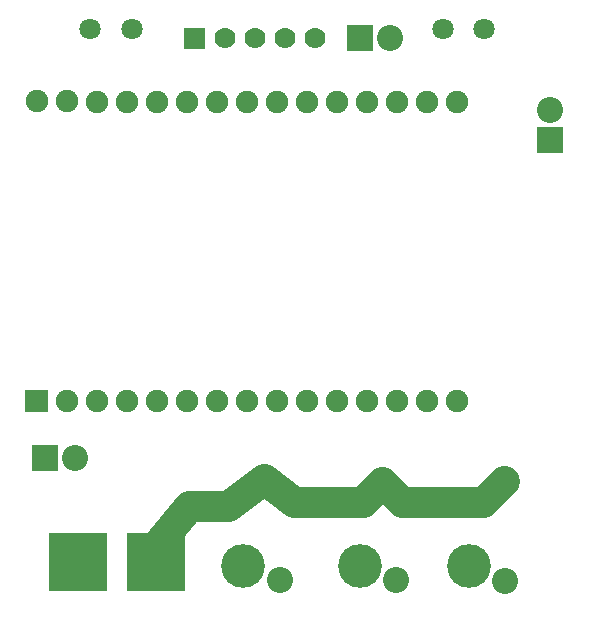
<source format=gbs>
G04 Layer: BottomSolderMaskLayer*
G04 EasyEDA v6.3.43, 2020-06-06T21:57:39--5:00*
G04 e15436741f6a4511bf69b1aef7df7d06,7c1e8d740ba24e6f83eb2d53d3341807,10*
G04 Gerber Generator version 0.2*
G04 Scale: 100 percent, Rotated: No, Reflected: No *
G04 Dimensions in millimeters *
G04 leading zeros omitted , absolute positions ,3 integer and 3 decimal *
%FSLAX33Y33*%
%MOMM*%
G90*
G71D02*

%ADD66C,3.703193*%
%ADD67C,2.203196*%
%ADD70C,1.803197*%
%ADD88C,1.778000*%
%ADD90C,1.903197*%
%ADD92C,2.601595*%

%LPD*%
G54D92*
G01X14897Y3562D02*
G01X14897Y4955D01*
G01X17691Y8262D01*
G01X20995Y8263D01*
G01X24041Y10548D01*
G01X24041Y10548D02*
G01X26581Y8643D01*
G01X32424Y8643D01*
G01X34074Y10293D01*
G01X34069Y10302D02*
G01X35725Y8644D01*
G01X42586Y8644D01*
G01X44361Y10422D01*
G54D66*
G01X22263Y3181D03*
G01X32169Y3181D03*
G01X41440Y3181D03*
G54D67*
G01X25438Y2038D03*
G01X35217Y2038D03*
G01X44488Y1911D03*
G36*
G01X12421Y1085D02*
G01X12421Y6040D01*
G01X17374Y6040D01*
G01X17374Y1085D01*
G01X12421Y1085D01*
G37*
G36*
G01X5817Y1085D02*
G01X5817Y6040D01*
G01X10770Y6040D01*
G01X10770Y1085D01*
G01X5817Y1085D01*
G37*
G36*
G01X47196Y38148D02*
G01X47196Y40351D01*
G01X49401Y40351D01*
G01X49401Y38148D01*
G01X47196Y38148D01*
G37*
G01X48298Y41789D03*
G36*
G01X4397Y11224D02*
G01X4397Y13427D01*
G01X6602Y13427D01*
G01X6602Y11224D01*
G01X4397Y11224D01*
G37*
G01X8039Y12325D03*
G54D70*
G01X39182Y48647D03*
G01X42683Y48647D03*
G01X12838Y48647D03*
G01X9337Y48647D03*
G36*
G01X31067Y46784D02*
G01X31067Y48987D01*
G01X33272Y48987D01*
G01X33272Y46784D01*
G01X31067Y46784D01*
G37*
G54D67*
G01X34709Y47885D03*
G54D88*
G01X28359Y47885D03*
G01X25819Y47885D03*
G01X23279Y47885D03*
G01X20739Y47885D03*
G36*
G01X17310Y46998D02*
G01X17310Y48776D01*
G01X19088Y48776D01*
G01X19088Y46998D01*
G01X17310Y46998D01*
G37*
G54D90*
G01X4788Y42551D03*
G01X7328Y42551D03*
G01X9875Y42539D03*
G01X12415Y42539D03*
G01X14955Y42539D03*
G01X17495Y42539D03*
G01X20035Y42539D03*
G01X22575Y42539D03*
G01X25115Y42539D03*
G01X27655Y42539D03*
G01X30195Y42539D03*
G01X32735Y42539D03*
G01X35275Y42539D03*
G01X37815Y42539D03*
G01X40355Y42539D03*
G36*
G01X3836Y16251D02*
G01X3836Y18153D01*
G01X5741Y18153D01*
G01X5741Y16251D01*
G01X3836Y16251D01*
G37*
G01X7328Y17202D03*
G01X9875Y17190D03*
G01X12415Y17190D03*
G01X14955Y17190D03*
G01X17495Y17190D03*
G01X20035Y17190D03*
G01X22575Y17190D03*
G01X25115Y17190D03*
G01X27655Y17190D03*
G01X30195Y17190D03*
G01X32735Y17190D03*
G01X35275Y17190D03*
G01X37815Y17190D03*
G01X40355Y17190D03*
M00*
M02*

</source>
